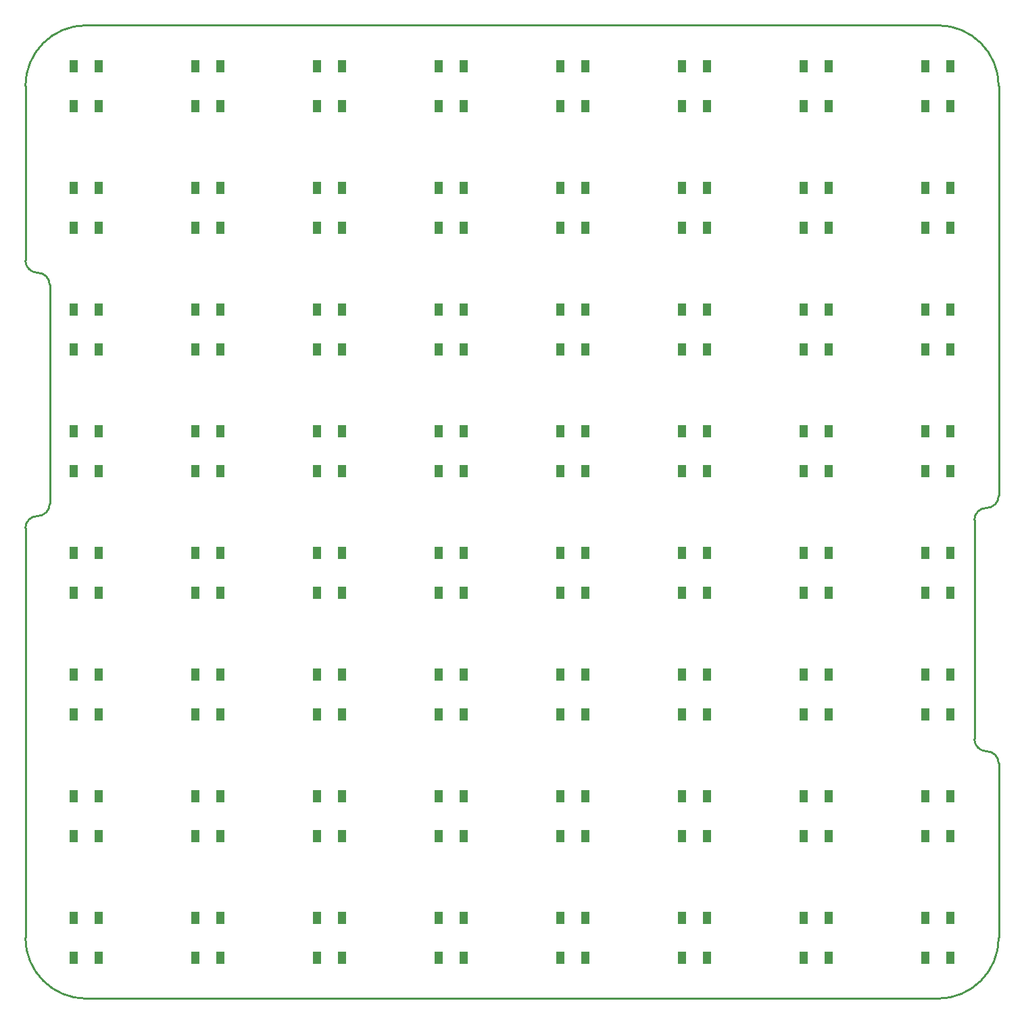
<source format=gtp>
G04 #@! TF.FileFunction,Paste,Top*
%FSLAX46Y46*%
G04 Gerber Fmt 4.6, Leading zero omitted, Abs format (unit mm)*
G04 Created by KiCad (PCBNEW (2014-12-11 BZR 5320)-product) date Fri Dec 19 11:32:42 2014*
%MOMM*%
G01*
G04 APERTURE LIST*
%ADD10C,0.152400*%
%ADD11C,0.254000*%
%ADD12R,1.016000X1.524000*%
G04 APERTURE END LIST*
D10*
D11*
X147320000Y-117856000D02*
G75*
G03X145796000Y-116332000I-1524000J0D01*
G01*
X144272000Y-114808000D02*
G75*
G03X145796000Y-116332000I1524000J0D01*
G01*
X145796000Y-85852000D02*
G75*
G03X144272000Y-87376000I0J-1524000D01*
G01*
X145796000Y-85852000D02*
G75*
G03X147320000Y-84328000I0J1524000D01*
G01*
X25400000Y-54864000D02*
G75*
G03X26924000Y-56388000I1524000J0D01*
G01*
X28448000Y-57912000D02*
G75*
G03X26924000Y-56388000I-1524000J0D01*
G01*
X26924000Y-86868000D02*
G75*
G03X25400000Y-88392000I0J-1524000D01*
G01*
X26924000Y-86868000D02*
G75*
G03X28448000Y-85344000I0J1524000D01*
G01*
X147320000Y-84328000D02*
X147320000Y-33020000D01*
X147320000Y-117856000D02*
X147320000Y-139700000D01*
X25400000Y-88392000D02*
X25400000Y-139700000D01*
X25400000Y-54864000D02*
X25400000Y-33020000D01*
X144272000Y-101092000D02*
X144272000Y-114808000D01*
X144272000Y-101092000D02*
X144272000Y-87376000D01*
X28448000Y-71628000D02*
X28448000Y-85344000D01*
X28448000Y-71628000D02*
X28448000Y-57912000D01*
X139700000Y-147320000D02*
X33020000Y-147320000D01*
X33020000Y-25400000D02*
X139700000Y-25400000D01*
X25400000Y-139700000D02*
G75*
G03X33020000Y-147320000I7620000J0D01*
G01*
X147320000Y-33020000D02*
G75*
G03X139700000Y-25400000I-7620000J0D01*
G01*
X33020000Y-25400000D02*
G75*
G03X25400000Y-33020000I0J-7620000D01*
G01*
X139700000Y-147320000D02*
G75*
G03X147320000Y-139700000I0J7620000D01*
G01*
D12*
X49847500Y-30543500D03*
X46672500Y-30543500D03*
X46672500Y-35496500D03*
X49847500Y-35496500D03*
X141287500Y-45783500D03*
X138112500Y-45783500D03*
X138112500Y-50736500D03*
X141287500Y-50736500D03*
X126047500Y-45783500D03*
X122872500Y-45783500D03*
X122872500Y-50736500D03*
X126047500Y-50736500D03*
X110807500Y-45783500D03*
X107632500Y-45783500D03*
X107632500Y-50736500D03*
X110807500Y-50736500D03*
X95567500Y-45783500D03*
X92392500Y-45783500D03*
X92392500Y-50736500D03*
X95567500Y-50736500D03*
X80327500Y-45783500D03*
X77152500Y-45783500D03*
X77152500Y-50736500D03*
X80327500Y-50736500D03*
X65087500Y-45783500D03*
X61912500Y-45783500D03*
X61912500Y-50736500D03*
X65087500Y-50736500D03*
X49847500Y-45783500D03*
X46672500Y-45783500D03*
X46672500Y-50736500D03*
X49847500Y-50736500D03*
X34607500Y-45783500D03*
X31432500Y-45783500D03*
X31432500Y-50736500D03*
X34607500Y-50736500D03*
X141287500Y-61023500D03*
X138112500Y-61023500D03*
X138112500Y-65976500D03*
X141287500Y-65976500D03*
X126047500Y-61023500D03*
X122872500Y-61023500D03*
X122872500Y-65976500D03*
X126047500Y-65976500D03*
X110807500Y-61023500D03*
X107632500Y-61023500D03*
X107632500Y-65976500D03*
X110807500Y-65976500D03*
X95567500Y-61023500D03*
X92392500Y-61023500D03*
X92392500Y-65976500D03*
X95567500Y-65976500D03*
X80327500Y-61023500D03*
X77152500Y-61023500D03*
X77152500Y-65976500D03*
X80327500Y-65976500D03*
X65087500Y-61023500D03*
X61912500Y-61023500D03*
X61912500Y-65976500D03*
X65087500Y-65976500D03*
X49847500Y-61023500D03*
X46672500Y-61023500D03*
X46672500Y-65976500D03*
X49847500Y-65976500D03*
X34607500Y-61023500D03*
X31432500Y-61023500D03*
X31432500Y-65976500D03*
X34607500Y-65976500D03*
X141287500Y-76263500D03*
X138112500Y-76263500D03*
X138112500Y-81216500D03*
X141287500Y-81216500D03*
X126047500Y-76263500D03*
X122872500Y-76263500D03*
X122872500Y-81216500D03*
X126047500Y-81216500D03*
X110807500Y-76263500D03*
X107632500Y-76263500D03*
X107632500Y-81216500D03*
X110807500Y-81216500D03*
X95567500Y-76263500D03*
X92392500Y-76263500D03*
X92392500Y-81216500D03*
X95567500Y-81216500D03*
X80327500Y-76263500D03*
X77152500Y-76263500D03*
X77152500Y-81216500D03*
X80327500Y-81216500D03*
X65087500Y-76263500D03*
X61912500Y-76263500D03*
X61912500Y-81216500D03*
X65087500Y-81216500D03*
X49847500Y-76263500D03*
X46672500Y-76263500D03*
X46672500Y-81216500D03*
X49847500Y-81216500D03*
X34607500Y-76263500D03*
X31432500Y-76263500D03*
X31432500Y-81216500D03*
X34607500Y-81216500D03*
X141287500Y-91503500D03*
X138112500Y-91503500D03*
X138112500Y-96456500D03*
X141287500Y-96456500D03*
X126047500Y-91503500D03*
X122872500Y-91503500D03*
X122872500Y-96456500D03*
X126047500Y-96456500D03*
X110807500Y-91503500D03*
X107632500Y-91503500D03*
X107632500Y-96456500D03*
X110807500Y-96456500D03*
X95567500Y-91503500D03*
X92392500Y-91503500D03*
X92392500Y-96456500D03*
X95567500Y-96456500D03*
X80327500Y-91503500D03*
X77152500Y-91503500D03*
X77152500Y-96456500D03*
X80327500Y-96456500D03*
X65087500Y-91503500D03*
X61912500Y-91503500D03*
X61912500Y-96456500D03*
X65087500Y-96456500D03*
X49847500Y-91503500D03*
X46672500Y-91503500D03*
X46672500Y-96456500D03*
X49847500Y-96456500D03*
X34607500Y-91503500D03*
X31432500Y-91503500D03*
X31432500Y-96456500D03*
X34607500Y-96456500D03*
X141287500Y-106743500D03*
X138112500Y-106743500D03*
X138112500Y-111696500D03*
X141287500Y-111696500D03*
X126047500Y-106743500D03*
X122872500Y-106743500D03*
X122872500Y-111696500D03*
X126047500Y-111696500D03*
X110807500Y-106743500D03*
X107632500Y-106743500D03*
X107632500Y-111696500D03*
X110807500Y-111696500D03*
X95567500Y-106743500D03*
X92392500Y-106743500D03*
X92392500Y-111696500D03*
X95567500Y-111696500D03*
X80327500Y-106743500D03*
X77152500Y-106743500D03*
X77152500Y-111696500D03*
X80327500Y-111696500D03*
X65087500Y-106743500D03*
X61912500Y-106743500D03*
X61912500Y-111696500D03*
X65087500Y-111696500D03*
X49847500Y-106743500D03*
X46672500Y-106743500D03*
X46672500Y-111696500D03*
X49847500Y-111696500D03*
X34607500Y-106743500D03*
X31432500Y-106743500D03*
X31432500Y-111696500D03*
X34607500Y-111696500D03*
X141287500Y-121983500D03*
X138112500Y-121983500D03*
X138112500Y-126936500D03*
X141287500Y-126936500D03*
X126047500Y-121983500D03*
X122872500Y-121983500D03*
X122872500Y-126936500D03*
X126047500Y-126936500D03*
X110807500Y-121983500D03*
X107632500Y-121983500D03*
X107632500Y-126936500D03*
X110807500Y-126936500D03*
X95567500Y-121983500D03*
X92392500Y-121983500D03*
X92392500Y-126936500D03*
X95567500Y-126936500D03*
X80327500Y-121983500D03*
X77152500Y-121983500D03*
X77152500Y-126936500D03*
X80327500Y-126936500D03*
X65087500Y-121983500D03*
X61912500Y-121983500D03*
X61912500Y-126936500D03*
X65087500Y-126936500D03*
X49847500Y-121983500D03*
X46672500Y-121983500D03*
X46672500Y-126936500D03*
X49847500Y-126936500D03*
X34607500Y-121983500D03*
X31432500Y-121983500D03*
X31432500Y-126936500D03*
X34607500Y-126936500D03*
X141287500Y-137223500D03*
X138112500Y-137223500D03*
X138112500Y-142176500D03*
X141287500Y-142176500D03*
X126047500Y-137223500D03*
X122872500Y-137223500D03*
X122872500Y-142176500D03*
X126047500Y-142176500D03*
X110807500Y-137223500D03*
X107632500Y-137223500D03*
X107632500Y-142176500D03*
X110807500Y-142176500D03*
X95567500Y-137223500D03*
X92392500Y-137223500D03*
X92392500Y-142176500D03*
X95567500Y-142176500D03*
X80327500Y-137223500D03*
X77152500Y-137223500D03*
X77152500Y-142176500D03*
X80327500Y-142176500D03*
X65087500Y-137223500D03*
X61912500Y-137223500D03*
X61912500Y-142176500D03*
X65087500Y-142176500D03*
X49847500Y-137223500D03*
X46672500Y-137223500D03*
X46672500Y-142176500D03*
X49847500Y-142176500D03*
X34607500Y-137223500D03*
X31432500Y-137223500D03*
X31432500Y-142176500D03*
X34607500Y-142176500D03*
X141287500Y-30543500D03*
X138112500Y-30543500D03*
X138112500Y-35496500D03*
X141287500Y-35496500D03*
X126047500Y-30543500D03*
X122872500Y-30543500D03*
X122872500Y-35496500D03*
X126047500Y-35496500D03*
X110807500Y-30543500D03*
X107632500Y-30543500D03*
X107632500Y-35496500D03*
X110807500Y-35496500D03*
X95567500Y-30543500D03*
X92392500Y-30543500D03*
X92392500Y-35496500D03*
X95567500Y-35496500D03*
X80327500Y-30543500D03*
X77152500Y-30543500D03*
X77152500Y-35496500D03*
X80327500Y-35496500D03*
X65087500Y-30543500D03*
X61912500Y-30543500D03*
X61912500Y-35496500D03*
X65087500Y-35496500D03*
X34607500Y-30543500D03*
X31432500Y-30543500D03*
X31432500Y-35496500D03*
X34607500Y-35496500D03*
M02*

</source>
